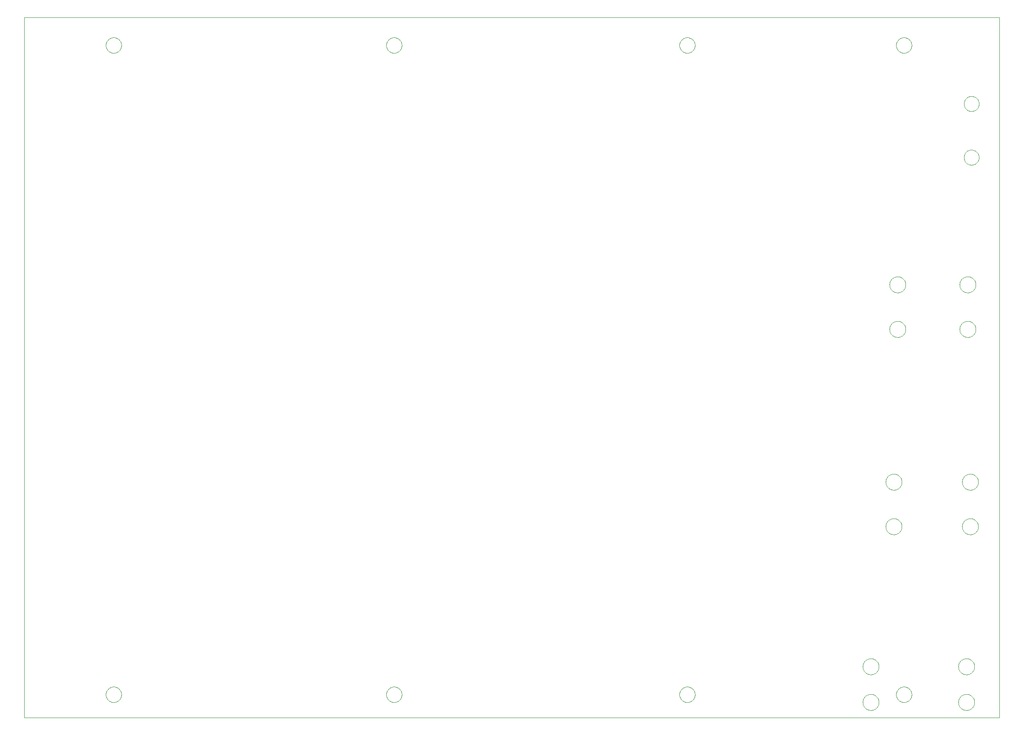
<source format=gko>
G75*
G70*
%OFA0B0*%
%FSLAX24Y24*%
%IPPOS*%
%LPD*%
%AMOC8*
5,1,8,0,0,1.08239X$1,22.5*
%
%ADD10C,0.0000*%
D10*
X003386Y001189D02*
X003386Y056189D01*
X079886Y056189D01*
X079886Y001189D01*
X003386Y001189D01*
X009776Y002992D02*
X009778Y003041D01*
X009784Y003090D01*
X009794Y003138D01*
X009807Y003185D01*
X009825Y003231D01*
X009846Y003275D01*
X009870Y003318D01*
X009898Y003358D01*
X009929Y003397D01*
X009963Y003432D01*
X010000Y003465D01*
X010039Y003494D01*
X010081Y003520D01*
X010124Y003543D01*
X010170Y003562D01*
X010216Y003578D01*
X010264Y003590D01*
X010312Y003598D01*
X010361Y003602D01*
X010411Y003602D01*
X010460Y003598D01*
X010508Y003590D01*
X010556Y003578D01*
X010602Y003562D01*
X010648Y003543D01*
X010691Y003520D01*
X010733Y003494D01*
X010772Y003465D01*
X010809Y003432D01*
X010843Y003397D01*
X010874Y003358D01*
X010902Y003318D01*
X010926Y003275D01*
X010947Y003231D01*
X010965Y003185D01*
X010978Y003138D01*
X010988Y003090D01*
X010994Y003041D01*
X010996Y002992D01*
X010994Y002943D01*
X010988Y002894D01*
X010978Y002846D01*
X010965Y002799D01*
X010947Y002753D01*
X010926Y002709D01*
X010902Y002666D01*
X010874Y002626D01*
X010843Y002587D01*
X010809Y002552D01*
X010772Y002519D01*
X010733Y002490D01*
X010691Y002464D01*
X010648Y002441D01*
X010602Y002422D01*
X010556Y002406D01*
X010508Y002394D01*
X010460Y002386D01*
X010411Y002382D01*
X010361Y002382D01*
X010312Y002386D01*
X010264Y002394D01*
X010216Y002406D01*
X010170Y002422D01*
X010124Y002441D01*
X010081Y002464D01*
X010039Y002490D01*
X010000Y002519D01*
X009963Y002552D01*
X009929Y002587D01*
X009898Y002626D01*
X009870Y002666D01*
X009846Y002709D01*
X009825Y002753D01*
X009807Y002799D01*
X009794Y002846D01*
X009784Y002894D01*
X009778Y002943D01*
X009776Y002992D01*
X031776Y002992D02*
X031778Y003041D01*
X031784Y003090D01*
X031794Y003138D01*
X031807Y003185D01*
X031825Y003231D01*
X031846Y003275D01*
X031870Y003318D01*
X031898Y003358D01*
X031929Y003397D01*
X031963Y003432D01*
X032000Y003465D01*
X032039Y003494D01*
X032081Y003520D01*
X032124Y003543D01*
X032170Y003562D01*
X032216Y003578D01*
X032264Y003590D01*
X032312Y003598D01*
X032361Y003602D01*
X032411Y003602D01*
X032460Y003598D01*
X032508Y003590D01*
X032556Y003578D01*
X032602Y003562D01*
X032648Y003543D01*
X032691Y003520D01*
X032733Y003494D01*
X032772Y003465D01*
X032809Y003432D01*
X032843Y003397D01*
X032874Y003358D01*
X032902Y003318D01*
X032926Y003275D01*
X032947Y003231D01*
X032965Y003185D01*
X032978Y003138D01*
X032988Y003090D01*
X032994Y003041D01*
X032996Y002992D01*
X032994Y002943D01*
X032988Y002894D01*
X032978Y002846D01*
X032965Y002799D01*
X032947Y002753D01*
X032926Y002709D01*
X032902Y002666D01*
X032874Y002626D01*
X032843Y002587D01*
X032809Y002552D01*
X032772Y002519D01*
X032733Y002490D01*
X032691Y002464D01*
X032648Y002441D01*
X032602Y002422D01*
X032556Y002406D01*
X032508Y002394D01*
X032460Y002386D01*
X032411Y002382D01*
X032361Y002382D01*
X032312Y002386D01*
X032264Y002394D01*
X032216Y002406D01*
X032170Y002422D01*
X032124Y002441D01*
X032081Y002464D01*
X032039Y002490D01*
X032000Y002519D01*
X031963Y002552D01*
X031929Y002587D01*
X031898Y002626D01*
X031870Y002666D01*
X031846Y002709D01*
X031825Y002753D01*
X031807Y002799D01*
X031794Y002846D01*
X031784Y002894D01*
X031778Y002943D01*
X031776Y002992D01*
X054776Y002992D02*
X054778Y003041D01*
X054784Y003090D01*
X054794Y003138D01*
X054807Y003185D01*
X054825Y003231D01*
X054846Y003275D01*
X054870Y003318D01*
X054898Y003358D01*
X054929Y003397D01*
X054963Y003432D01*
X055000Y003465D01*
X055039Y003494D01*
X055081Y003520D01*
X055124Y003543D01*
X055170Y003562D01*
X055216Y003578D01*
X055264Y003590D01*
X055312Y003598D01*
X055361Y003602D01*
X055411Y003602D01*
X055460Y003598D01*
X055508Y003590D01*
X055556Y003578D01*
X055602Y003562D01*
X055648Y003543D01*
X055691Y003520D01*
X055733Y003494D01*
X055772Y003465D01*
X055809Y003432D01*
X055843Y003397D01*
X055874Y003358D01*
X055902Y003318D01*
X055926Y003275D01*
X055947Y003231D01*
X055965Y003185D01*
X055978Y003138D01*
X055988Y003090D01*
X055994Y003041D01*
X055996Y002992D01*
X055994Y002943D01*
X055988Y002894D01*
X055978Y002846D01*
X055965Y002799D01*
X055947Y002753D01*
X055926Y002709D01*
X055902Y002666D01*
X055874Y002626D01*
X055843Y002587D01*
X055809Y002552D01*
X055772Y002519D01*
X055733Y002490D01*
X055691Y002464D01*
X055648Y002441D01*
X055602Y002422D01*
X055556Y002406D01*
X055508Y002394D01*
X055460Y002386D01*
X055411Y002382D01*
X055361Y002382D01*
X055312Y002386D01*
X055264Y002394D01*
X055216Y002406D01*
X055170Y002422D01*
X055124Y002441D01*
X055081Y002464D01*
X055039Y002490D01*
X055000Y002519D01*
X054963Y002552D01*
X054929Y002587D01*
X054898Y002626D01*
X054870Y002666D01*
X054846Y002709D01*
X054825Y002753D01*
X054807Y002799D01*
X054794Y002846D01*
X054784Y002894D01*
X054778Y002943D01*
X054776Y002992D01*
X069156Y002389D02*
X069158Y002439D01*
X069164Y002489D01*
X069174Y002538D01*
X069188Y002586D01*
X069205Y002633D01*
X069226Y002678D01*
X069251Y002722D01*
X069279Y002763D01*
X069311Y002802D01*
X069345Y002839D01*
X069382Y002873D01*
X069422Y002903D01*
X069464Y002930D01*
X069508Y002954D01*
X069554Y002975D01*
X069601Y002991D01*
X069649Y003004D01*
X069699Y003013D01*
X069748Y003018D01*
X069799Y003019D01*
X069849Y003016D01*
X069898Y003009D01*
X069947Y002998D01*
X069995Y002983D01*
X070041Y002965D01*
X070086Y002943D01*
X070129Y002917D01*
X070170Y002888D01*
X070209Y002856D01*
X070245Y002821D01*
X070277Y002783D01*
X070307Y002743D01*
X070334Y002700D01*
X070357Y002656D01*
X070376Y002610D01*
X070392Y002562D01*
X070404Y002513D01*
X070412Y002464D01*
X070416Y002414D01*
X070416Y002364D01*
X070412Y002314D01*
X070404Y002265D01*
X070392Y002216D01*
X070376Y002168D01*
X070357Y002122D01*
X070334Y002078D01*
X070307Y002035D01*
X070277Y001995D01*
X070245Y001957D01*
X070209Y001922D01*
X070170Y001890D01*
X070129Y001861D01*
X070086Y001835D01*
X070041Y001813D01*
X069995Y001795D01*
X069947Y001780D01*
X069898Y001769D01*
X069849Y001762D01*
X069799Y001759D01*
X069748Y001760D01*
X069699Y001765D01*
X069649Y001774D01*
X069601Y001787D01*
X069554Y001803D01*
X069508Y001824D01*
X069464Y001848D01*
X069422Y001875D01*
X069382Y001905D01*
X069345Y001939D01*
X069311Y001976D01*
X069279Y002015D01*
X069251Y002056D01*
X069226Y002100D01*
X069205Y002145D01*
X069188Y002192D01*
X069174Y002240D01*
X069164Y002289D01*
X069158Y002339D01*
X069156Y002389D01*
X071776Y002992D02*
X071778Y003041D01*
X071784Y003090D01*
X071794Y003138D01*
X071807Y003185D01*
X071825Y003231D01*
X071846Y003275D01*
X071870Y003318D01*
X071898Y003358D01*
X071929Y003397D01*
X071963Y003432D01*
X072000Y003465D01*
X072039Y003494D01*
X072081Y003520D01*
X072124Y003543D01*
X072170Y003562D01*
X072216Y003578D01*
X072264Y003590D01*
X072312Y003598D01*
X072361Y003602D01*
X072411Y003602D01*
X072460Y003598D01*
X072508Y003590D01*
X072556Y003578D01*
X072602Y003562D01*
X072648Y003543D01*
X072691Y003520D01*
X072733Y003494D01*
X072772Y003465D01*
X072809Y003432D01*
X072843Y003397D01*
X072874Y003358D01*
X072902Y003318D01*
X072926Y003275D01*
X072947Y003231D01*
X072965Y003185D01*
X072978Y003138D01*
X072988Y003090D01*
X072994Y003041D01*
X072996Y002992D01*
X072994Y002943D01*
X072988Y002894D01*
X072978Y002846D01*
X072965Y002799D01*
X072947Y002753D01*
X072926Y002709D01*
X072902Y002666D01*
X072874Y002626D01*
X072843Y002587D01*
X072809Y002552D01*
X072772Y002519D01*
X072733Y002490D01*
X072691Y002464D01*
X072648Y002441D01*
X072602Y002422D01*
X072556Y002406D01*
X072508Y002394D01*
X072460Y002386D01*
X072411Y002382D01*
X072361Y002382D01*
X072312Y002386D01*
X072264Y002394D01*
X072216Y002406D01*
X072170Y002422D01*
X072124Y002441D01*
X072081Y002464D01*
X072039Y002490D01*
X072000Y002519D01*
X071963Y002552D01*
X071929Y002587D01*
X071898Y002626D01*
X071870Y002666D01*
X071846Y002709D01*
X071825Y002753D01*
X071807Y002799D01*
X071794Y002846D01*
X071784Y002894D01*
X071778Y002943D01*
X071776Y002992D01*
X069156Y005189D02*
X069158Y005239D01*
X069164Y005289D01*
X069174Y005338D01*
X069188Y005386D01*
X069205Y005433D01*
X069226Y005478D01*
X069251Y005522D01*
X069279Y005563D01*
X069311Y005602D01*
X069345Y005639D01*
X069382Y005673D01*
X069422Y005703D01*
X069464Y005730D01*
X069508Y005754D01*
X069554Y005775D01*
X069601Y005791D01*
X069649Y005804D01*
X069699Y005813D01*
X069748Y005818D01*
X069799Y005819D01*
X069849Y005816D01*
X069898Y005809D01*
X069947Y005798D01*
X069995Y005783D01*
X070041Y005765D01*
X070086Y005743D01*
X070129Y005717D01*
X070170Y005688D01*
X070209Y005656D01*
X070245Y005621D01*
X070277Y005583D01*
X070307Y005543D01*
X070334Y005500D01*
X070357Y005456D01*
X070376Y005410D01*
X070392Y005362D01*
X070404Y005313D01*
X070412Y005264D01*
X070416Y005214D01*
X070416Y005164D01*
X070412Y005114D01*
X070404Y005065D01*
X070392Y005016D01*
X070376Y004968D01*
X070357Y004922D01*
X070334Y004878D01*
X070307Y004835D01*
X070277Y004795D01*
X070245Y004757D01*
X070209Y004722D01*
X070170Y004690D01*
X070129Y004661D01*
X070086Y004635D01*
X070041Y004613D01*
X069995Y004595D01*
X069947Y004580D01*
X069898Y004569D01*
X069849Y004562D01*
X069799Y004559D01*
X069748Y004560D01*
X069699Y004565D01*
X069649Y004574D01*
X069601Y004587D01*
X069554Y004603D01*
X069508Y004624D01*
X069464Y004648D01*
X069422Y004675D01*
X069382Y004705D01*
X069345Y004739D01*
X069311Y004776D01*
X069279Y004815D01*
X069251Y004856D01*
X069226Y004900D01*
X069205Y004945D01*
X069188Y004992D01*
X069174Y005040D01*
X069164Y005089D01*
X069158Y005139D01*
X069156Y005189D01*
X076656Y005189D02*
X076658Y005239D01*
X076664Y005289D01*
X076674Y005338D01*
X076688Y005386D01*
X076705Y005433D01*
X076726Y005478D01*
X076751Y005522D01*
X076779Y005563D01*
X076811Y005602D01*
X076845Y005639D01*
X076882Y005673D01*
X076922Y005703D01*
X076964Y005730D01*
X077008Y005754D01*
X077054Y005775D01*
X077101Y005791D01*
X077149Y005804D01*
X077199Y005813D01*
X077248Y005818D01*
X077299Y005819D01*
X077349Y005816D01*
X077398Y005809D01*
X077447Y005798D01*
X077495Y005783D01*
X077541Y005765D01*
X077586Y005743D01*
X077629Y005717D01*
X077670Y005688D01*
X077709Y005656D01*
X077745Y005621D01*
X077777Y005583D01*
X077807Y005543D01*
X077834Y005500D01*
X077857Y005456D01*
X077876Y005410D01*
X077892Y005362D01*
X077904Y005313D01*
X077912Y005264D01*
X077916Y005214D01*
X077916Y005164D01*
X077912Y005114D01*
X077904Y005065D01*
X077892Y005016D01*
X077876Y004968D01*
X077857Y004922D01*
X077834Y004878D01*
X077807Y004835D01*
X077777Y004795D01*
X077745Y004757D01*
X077709Y004722D01*
X077670Y004690D01*
X077629Y004661D01*
X077586Y004635D01*
X077541Y004613D01*
X077495Y004595D01*
X077447Y004580D01*
X077398Y004569D01*
X077349Y004562D01*
X077299Y004559D01*
X077248Y004560D01*
X077199Y004565D01*
X077149Y004574D01*
X077101Y004587D01*
X077054Y004603D01*
X077008Y004624D01*
X076964Y004648D01*
X076922Y004675D01*
X076882Y004705D01*
X076845Y004739D01*
X076811Y004776D01*
X076779Y004815D01*
X076751Y004856D01*
X076726Y004900D01*
X076705Y004945D01*
X076688Y004992D01*
X076674Y005040D01*
X076664Y005089D01*
X076658Y005139D01*
X076656Y005189D01*
X076656Y002389D02*
X076658Y002439D01*
X076664Y002489D01*
X076674Y002538D01*
X076688Y002586D01*
X076705Y002633D01*
X076726Y002678D01*
X076751Y002722D01*
X076779Y002763D01*
X076811Y002802D01*
X076845Y002839D01*
X076882Y002873D01*
X076922Y002903D01*
X076964Y002930D01*
X077008Y002954D01*
X077054Y002975D01*
X077101Y002991D01*
X077149Y003004D01*
X077199Y003013D01*
X077248Y003018D01*
X077299Y003019D01*
X077349Y003016D01*
X077398Y003009D01*
X077447Y002998D01*
X077495Y002983D01*
X077541Y002965D01*
X077586Y002943D01*
X077629Y002917D01*
X077670Y002888D01*
X077709Y002856D01*
X077745Y002821D01*
X077777Y002783D01*
X077807Y002743D01*
X077834Y002700D01*
X077857Y002656D01*
X077876Y002610D01*
X077892Y002562D01*
X077904Y002513D01*
X077912Y002464D01*
X077916Y002414D01*
X077916Y002364D01*
X077912Y002314D01*
X077904Y002265D01*
X077892Y002216D01*
X077876Y002168D01*
X077857Y002122D01*
X077834Y002078D01*
X077807Y002035D01*
X077777Y001995D01*
X077745Y001957D01*
X077709Y001922D01*
X077670Y001890D01*
X077629Y001861D01*
X077586Y001835D01*
X077541Y001813D01*
X077495Y001795D01*
X077447Y001780D01*
X077398Y001769D01*
X077349Y001762D01*
X077299Y001759D01*
X077248Y001760D01*
X077199Y001765D01*
X077149Y001774D01*
X077101Y001787D01*
X077054Y001803D01*
X077008Y001824D01*
X076964Y001848D01*
X076922Y001875D01*
X076882Y001905D01*
X076845Y001939D01*
X076811Y001976D01*
X076779Y002015D01*
X076751Y002056D01*
X076726Y002100D01*
X076705Y002145D01*
X076688Y002192D01*
X076674Y002240D01*
X076664Y002289D01*
X076658Y002339D01*
X076656Y002389D01*
X076956Y016189D02*
X076958Y016239D01*
X076964Y016289D01*
X076974Y016338D01*
X076988Y016386D01*
X077005Y016433D01*
X077026Y016478D01*
X077051Y016522D01*
X077079Y016563D01*
X077111Y016602D01*
X077145Y016639D01*
X077182Y016673D01*
X077222Y016703D01*
X077264Y016730D01*
X077308Y016754D01*
X077354Y016775D01*
X077401Y016791D01*
X077449Y016804D01*
X077499Y016813D01*
X077548Y016818D01*
X077599Y016819D01*
X077649Y016816D01*
X077698Y016809D01*
X077747Y016798D01*
X077795Y016783D01*
X077841Y016765D01*
X077886Y016743D01*
X077929Y016717D01*
X077970Y016688D01*
X078009Y016656D01*
X078045Y016621D01*
X078077Y016583D01*
X078107Y016543D01*
X078134Y016500D01*
X078157Y016456D01*
X078176Y016410D01*
X078192Y016362D01*
X078204Y016313D01*
X078212Y016264D01*
X078216Y016214D01*
X078216Y016164D01*
X078212Y016114D01*
X078204Y016065D01*
X078192Y016016D01*
X078176Y015968D01*
X078157Y015922D01*
X078134Y015878D01*
X078107Y015835D01*
X078077Y015795D01*
X078045Y015757D01*
X078009Y015722D01*
X077970Y015690D01*
X077929Y015661D01*
X077886Y015635D01*
X077841Y015613D01*
X077795Y015595D01*
X077747Y015580D01*
X077698Y015569D01*
X077649Y015562D01*
X077599Y015559D01*
X077548Y015560D01*
X077499Y015565D01*
X077449Y015574D01*
X077401Y015587D01*
X077354Y015603D01*
X077308Y015624D01*
X077264Y015648D01*
X077222Y015675D01*
X077182Y015705D01*
X077145Y015739D01*
X077111Y015776D01*
X077079Y015815D01*
X077051Y015856D01*
X077026Y015900D01*
X077005Y015945D01*
X076988Y015992D01*
X076974Y016040D01*
X076964Y016089D01*
X076958Y016139D01*
X076956Y016189D01*
X076956Y019689D02*
X076958Y019739D01*
X076964Y019789D01*
X076974Y019838D01*
X076988Y019886D01*
X077005Y019933D01*
X077026Y019978D01*
X077051Y020022D01*
X077079Y020063D01*
X077111Y020102D01*
X077145Y020139D01*
X077182Y020173D01*
X077222Y020203D01*
X077264Y020230D01*
X077308Y020254D01*
X077354Y020275D01*
X077401Y020291D01*
X077449Y020304D01*
X077499Y020313D01*
X077548Y020318D01*
X077599Y020319D01*
X077649Y020316D01*
X077698Y020309D01*
X077747Y020298D01*
X077795Y020283D01*
X077841Y020265D01*
X077886Y020243D01*
X077929Y020217D01*
X077970Y020188D01*
X078009Y020156D01*
X078045Y020121D01*
X078077Y020083D01*
X078107Y020043D01*
X078134Y020000D01*
X078157Y019956D01*
X078176Y019910D01*
X078192Y019862D01*
X078204Y019813D01*
X078212Y019764D01*
X078216Y019714D01*
X078216Y019664D01*
X078212Y019614D01*
X078204Y019565D01*
X078192Y019516D01*
X078176Y019468D01*
X078157Y019422D01*
X078134Y019378D01*
X078107Y019335D01*
X078077Y019295D01*
X078045Y019257D01*
X078009Y019222D01*
X077970Y019190D01*
X077929Y019161D01*
X077886Y019135D01*
X077841Y019113D01*
X077795Y019095D01*
X077747Y019080D01*
X077698Y019069D01*
X077649Y019062D01*
X077599Y019059D01*
X077548Y019060D01*
X077499Y019065D01*
X077449Y019074D01*
X077401Y019087D01*
X077354Y019103D01*
X077308Y019124D01*
X077264Y019148D01*
X077222Y019175D01*
X077182Y019205D01*
X077145Y019239D01*
X077111Y019276D01*
X077079Y019315D01*
X077051Y019356D01*
X077026Y019400D01*
X077005Y019445D01*
X076988Y019492D01*
X076974Y019540D01*
X076964Y019589D01*
X076958Y019639D01*
X076956Y019689D01*
X070956Y019689D02*
X070958Y019739D01*
X070964Y019789D01*
X070974Y019838D01*
X070988Y019886D01*
X071005Y019933D01*
X071026Y019978D01*
X071051Y020022D01*
X071079Y020063D01*
X071111Y020102D01*
X071145Y020139D01*
X071182Y020173D01*
X071222Y020203D01*
X071264Y020230D01*
X071308Y020254D01*
X071354Y020275D01*
X071401Y020291D01*
X071449Y020304D01*
X071499Y020313D01*
X071548Y020318D01*
X071599Y020319D01*
X071649Y020316D01*
X071698Y020309D01*
X071747Y020298D01*
X071795Y020283D01*
X071841Y020265D01*
X071886Y020243D01*
X071929Y020217D01*
X071970Y020188D01*
X072009Y020156D01*
X072045Y020121D01*
X072077Y020083D01*
X072107Y020043D01*
X072134Y020000D01*
X072157Y019956D01*
X072176Y019910D01*
X072192Y019862D01*
X072204Y019813D01*
X072212Y019764D01*
X072216Y019714D01*
X072216Y019664D01*
X072212Y019614D01*
X072204Y019565D01*
X072192Y019516D01*
X072176Y019468D01*
X072157Y019422D01*
X072134Y019378D01*
X072107Y019335D01*
X072077Y019295D01*
X072045Y019257D01*
X072009Y019222D01*
X071970Y019190D01*
X071929Y019161D01*
X071886Y019135D01*
X071841Y019113D01*
X071795Y019095D01*
X071747Y019080D01*
X071698Y019069D01*
X071649Y019062D01*
X071599Y019059D01*
X071548Y019060D01*
X071499Y019065D01*
X071449Y019074D01*
X071401Y019087D01*
X071354Y019103D01*
X071308Y019124D01*
X071264Y019148D01*
X071222Y019175D01*
X071182Y019205D01*
X071145Y019239D01*
X071111Y019276D01*
X071079Y019315D01*
X071051Y019356D01*
X071026Y019400D01*
X071005Y019445D01*
X070988Y019492D01*
X070974Y019540D01*
X070964Y019589D01*
X070958Y019639D01*
X070956Y019689D01*
X070956Y016189D02*
X070958Y016239D01*
X070964Y016289D01*
X070974Y016338D01*
X070988Y016386D01*
X071005Y016433D01*
X071026Y016478D01*
X071051Y016522D01*
X071079Y016563D01*
X071111Y016602D01*
X071145Y016639D01*
X071182Y016673D01*
X071222Y016703D01*
X071264Y016730D01*
X071308Y016754D01*
X071354Y016775D01*
X071401Y016791D01*
X071449Y016804D01*
X071499Y016813D01*
X071548Y016818D01*
X071599Y016819D01*
X071649Y016816D01*
X071698Y016809D01*
X071747Y016798D01*
X071795Y016783D01*
X071841Y016765D01*
X071886Y016743D01*
X071929Y016717D01*
X071970Y016688D01*
X072009Y016656D01*
X072045Y016621D01*
X072077Y016583D01*
X072107Y016543D01*
X072134Y016500D01*
X072157Y016456D01*
X072176Y016410D01*
X072192Y016362D01*
X072204Y016313D01*
X072212Y016264D01*
X072216Y016214D01*
X072216Y016164D01*
X072212Y016114D01*
X072204Y016065D01*
X072192Y016016D01*
X072176Y015968D01*
X072157Y015922D01*
X072134Y015878D01*
X072107Y015835D01*
X072077Y015795D01*
X072045Y015757D01*
X072009Y015722D01*
X071970Y015690D01*
X071929Y015661D01*
X071886Y015635D01*
X071841Y015613D01*
X071795Y015595D01*
X071747Y015580D01*
X071698Y015569D01*
X071649Y015562D01*
X071599Y015559D01*
X071548Y015560D01*
X071499Y015565D01*
X071449Y015574D01*
X071401Y015587D01*
X071354Y015603D01*
X071308Y015624D01*
X071264Y015648D01*
X071222Y015675D01*
X071182Y015705D01*
X071145Y015739D01*
X071111Y015776D01*
X071079Y015815D01*
X071051Y015856D01*
X071026Y015900D01*
X071005Y015945D01*
X070988Y015992D01*
X070974Y016040D01*
X070964Y016089D01*
X070958Y016139D01*
X070956Y016189D01*
X071256Y031689D02*
X071258Y031739D01*
X071264Y031789D01*
X071274Y031838D01*
X071288Y031886D01*
X071305Y031933D01*
X071326Y031978D01*
X071351Y032022D01*
X071379Y032063D01*
X071411Y032102D01*
X071445Y032139D01*
X071482Y032173D01*
X071522Y032203D01*
X071564Y032230D01*
X071608Y032254D01*
X071654Y032275D01*
X071701Y032291D01*
X071749Y032304D01*
X071799Y032313D01*
X071848Y032318D01*
X071899Y032319D01*
X071949Y032316D01*
X071998Y032309D01*
X072047Y032298D01*
X072095Y032283D01*
X072141Y032265D01*
X072186Y032243D01*
X072229Y032217D01*
X072270Y032188D01*
X072309Y032156D01*
X072345Y032121D01*
X072377Y032083D01*
X072407Y032043D01*
X072434Y032000D01*
X072457Y031956D01*
X072476Y031910D01*
X072492Y031862D01*
X072504Y031813D01*
X072512Y031764D01*
X072516Y031714D01*
X072516Y031664D01*
X072512Y031614D01*
X072504Y031565D01*
X072492Y031516D01*
X072476Y031468D01*
X072457Y031422D01*
X072434Y031378D01*
X072407Y031335D01*
X072377Y031295D01*
X072345Y031257D01*
X072309Y031222D01*
X072270Y031190D01*
X072229Y031161D01*
X072186Y031135D01*
X072141Y031113D01*
X072095Y031095D01*
X072047Y031080D01*
X071998Y031069D01*
X071949Y031062D01*
X071899Y031059D01*
X071848Y031060D01*
X071799Y031065D01*
X071749Y031074D01*
X071701Y031087D01*
X071654Y031103D01*
X071608Y031124D01*
X071564Y031148D01*
X071522Y031175D01*
X071482Y031205D01*
X071445Y031239D01*
X071411Y031276D01*
X071379Y031315D01*
X071351Y031356D01*
X071326Y031400D01*
X071305Y031445D01*
X071288Y031492D01*
X071274Y031540D01*
X071264Y031589D01*
X071258Y031639D01*
X071256Y031689D01*
X071256Y035189D02*
X071258Y035239D01*
X071264Y035289D01*
X071274Y035338D01*
X071288Y035386D01*
X071305Y035433D01*
X071326Y035478D01*
X071351Y035522D01*
X071379Y035563D01*
X071411Y035602D01*
X071445Y035639D01*
X071482Y035673D01*
X071522Y035703D01*
X071564Y035730D01*
X071608Y035754D01*
X071654Y035775D01*
X071701Y035791D01*
X071749Y035804D01*
X071799Y035813D01*
X071848Y035818D01*
X071899Y035819D01*
X071949Y035816D01*
X071998Y035809D01*
X072047Y035798D01*
X072095Y035783D01*
X072141Y035765D01*
X072186Y035743D01*
X072229Y035717D01*
X072270Y035688D01*
X072309Y035656D01*
X072345Y035621D01*
X072377Y035583D01*
X072407Y035543D01*
X072434Y035500D01*
X072457Y035456D01*
X072476Y035410D01*
X072492Y035362D01*
X072504Y035313D01*
X072512Y035264D01*
X072516Y035214D01*
X072516Y035164D01*
X072512Y035114D01*
X072504Y035065D01*
X072492Y035016D01*
X072476Y034968D01*
X072457Y034922D01*
X072434Y034878D01*
X072407Y034835D01*
X072377Y034795D01*
X072345Y034757D01*
X072309Y034722D01*
X072270Y034690D01*
X072229Y034661D01*
X072186Y034635D01*
X072141Y034613D01*
X072095Y034595D01*
X072047Y034580D01*
X071998Y034569D01*
X071949Y034562D01*
X071899Y034559D01*
X071848Y034560D01*
X071799Y034565D01*
X071749Y034574D01*
X071701Y034587D01*
X071654Y034603D01*
X071608Y034624D01*
X071564Y034648D01*
X071522Y034675D01*
X071482Y034705D01*
X071445Y034739D01*
X071411Y034776D01*
X071379Y034815D01*
X071351Y034856D01*
X071326Y034900D01*
X071305Y034945D01*
X071288Y034992D01*
X071274Y035040D01*
X071264Y035089D01*
X071258Y035139D01*
X071256Y035189D01*
X076756Y035189D02*
X076758Y035239D01*
X076764Y035289D01*
X076774Y035338D01*
X076788Y035386D01*
X076805Y035433D01*
X076826Y035478D01*
X076851Y035522D01*
X076879Y035563D01*
X076911Y035602D01*
X076945Y035639D01*
X076982Y035673D01*
X077022Y035703D01*
X077064Y035730D01*
X077108Y035754D01*
X077154Y035775D01*
X077201Y035791D01*
X077249Y035804D01*
X077299Y035813D01*
X077348Y035818D01*
X077399Y035819D01*
X077449Y035816D01*
X077498Y035809D01*
X077547Y035798D01*
X077595Y035783D01*
X077641Y035765D01*
X077686Y035743D01*
X077729Y035717D01*
X077770Y035688D01*
X077809Y035656D01*
X077845Y035621D01*
X077877Y035583D01*
X077907Y035543D01*
X077934Y035500D01*
X077957Y035456D01*
X077976Y035410D01*
X077992Y035362D01*
X078004Y035313D01*
X078012Y035264D01*
X078016Y035214D01*
X078016Y035164D01*
X078012Y035114D01*
X078004Y035065D01*
X077992Y035016D01*
X077976Y034968D01*
X077957Y034922D01*
X077934Y034878D01*
X077907Y034835D01*
X077877Y034795D01*
X077845Y034757D01*
X077809Y034722D01*
X077770Y034690D01*
X077729Y034661D01*
X077686Y034635D01*
X077641Y034613D01*
X077595Y034595D01*
X077547Y034580D01*
X077498Y034569D01*
X077449Y034562D01*
X077399Y034559D01*
X077348Y034560D01*
X077299Y034565D01*
X077249Y034574D01*
X077201Y034587D01*
X077154Y034603D01*
X077108Y034624D01*
X077064Y034648D01*
X077022Y034675D01*
X076982Y034705D01*
X076945Y034739D01*
X076911Y034776D01*
X076879Y034815D01*
X076851Y034856D01*
X076826Y034900D01*
X076805Y034945D01*
X076788Y034992D01*
X076774Y035040D01*
X076764Y035089D01*
X076758Y035139D01*
X076756Y035189D01*
X076756Y031689D02*
X076758Y031739D01*
X076764Y031789D01*
X076774Y031838D01*
X076788Y031886D01*
X076805Y031933D01*
X076826Y031978D01*
X076851Y032022D01*
X076879Y032063D01*
X076911Y032102D01*
X076945Y032139D01*
X076982Y032173D01*
X077022Y032203D01*
X077064Y032230D01*
X077108Y032254D01*
X077154Y032275D01*
X077201Y032291D01*
X077249Y032304D01*
X077299Y032313D01*
X077348Y032318D01*
X077399Y032319D01*
X077449Y032316D01*
X077498Y032309D01*
X077547Y032298D01*
X077595Y032283D01*
X077641Y032265D01*
X077686Y032243D01*
X077729Y032217D01*
X077770Y032188D01*
X077809Y032156D01*
X077845Y032121D01*
X077877Y032083D01*
X077907Y032043D01*
X077934Y032000D01*
X077957Y031956D01*
X077976Y031910D01*
X077992Y031862D01*
X078004Y031813D01*
X078012Y031764D01*
X078016Y031714D01*
X078016Y031664D01*
X078012Y031614D01*
X078004Y031565D01*
X077992Y031516D01*
X077976Y031468D01*
X077957Y031422D01*
X077934Y031378D01*
X077907Y031335D01*
X077877Y031295D01*
X077845Y031257D01*
X077809Y031222D01*
X077770Y031190D01*
X077729Y031161D01*
X077686Y031135D01*
X077641Y031113D01*
X077595Y031095D01*
X077547Y031080D01*
X077498Y031069D01*
X077449Y031062D01*
X077399Y031059D01*
X077348Y031060D01*
X077299Y031065D01*
X077249Y031074D01*
X077201Y031087D01*
X077154Y031103D01*
X077108Y031124D01*
X077064Y031148D01*
X077022Y031175D01*
X076982Y031205D01*
X076945Y031239D01*
X076911Y031276D01*
X076879Y031315D01*
X076851Y031356D01*
X076826Y031400D01*
X076805Y031445D01*
X076788Y031492D01*
X076774Y031540D01*
X076764Y031589D01*
X076758Y031639D01*
X076756Y031689D01*
X077095Y045183D02*
X077097Y045231D01*
X077103Y045279D01*
X077113Y045326D01*
X077126Y045372D01*
X077144Y045417D01*
X077164Y045461D01*
X077189Y045503D01*
X077217Y045542D01*
X077247Y045579D01*
X077281Y045613D01*
X077318Y045645D01*
X077356Y045674D01*
X077397Y045699D01*
X077440Y045721D01*
X077485Y045739D01*
X077531Y045753D01*
X077578Y045764D01*
X077626Y045771D01*
X077674Y045774D01*
X077722Y045773D01*
X077770Y045768D01*
X077818Y045759D01*
X077864Y045747D01*
X077909Y045730D01*
X077953Y045710D01*
X077995Y045687D01*
X078035Y045660D01*
X078073Y045630D01*
X078108Y045597D01*
X078140Y045561D01*
X078170Y045523D01*
X078196Y045482D01*
X078218Y045439D01*
X078238Y045395D01*
X078253Y045350D01*
X078265Y045303D01*
X078273Y045255D01*
X078277Y045207D01*
X078277Y045159D01*
X078273Y045111D01*
X078265Y045063D01*
X078253Y045016D01*
X078238Y044971D01*
X078218Y044927D01*
X078196Y044884D01*
X078170Y044843D01*
X078140Y044805D01*
X078108Y044769D01*
X078073Y044736D01*
X078035Y044706D01*
X077995Y044679D01*
X077953Y044656D01*
X077909Y044636D01*
X077864Y044619D01*
X077818Y044607D01*
X077770Y044598D01*
X077722Y044593D01*
X077674Y044592D01*
X077626Y044595D01*
X077578Y044602D01*
X077531Y044613D01*
X077485Y044627D01*
X077440Y044645D01*
X077397Y044667D01*
X077356Y044692D01*
X077318Y044721D01*
X077281Y044753D01*
X077247Y044787D01*
X077217Y044824D01*
X077189Y044863D01*
X077164Y044905D01*
X077144Y044949D01*
X077126Y044994D01*
X077113Y045040D01*
X077103Y045087D01*
X077097Y045135D01*
X077095Y045183D01*
X077095Y049396D02*
X077097Y049444D01*
X077103Y049492D01*
X077113Y049539D01*
X077126Y049585D01*
X077144Y049630D01*
X077164Y049674D01*
X077189Y049716D01*
X077217Y049755D01*
X077247Y049792D01*
X077281Y049826D01*
X077318Y049858D01*
X077356Y049887D01*
X077397Y049912D01*
X077440Y049934D01*
X077485Y049952D01*
X077531Y049966D01*
X077578Y049977D01*
X077626Y049984D01*
X077674Y049987D01*
X077722Y049986D01*
X077770Y049981D01*
X077818Y049972D01*
X077864Y049960D01*
X077909Y049943D01*
X077953Y049923D01*
X077995Y049900D01*
X078035Y049873D01*
X078073Y049843D01*
X078108Y049810D01*
X078140Y049774D01*
X078170Y049736D01*
X078196Y049695D01*
X078218Y049652D01*
X078238Y049608D01*
X078253Y049563D01*
X078265Y049516D01*
X078273Y049468D01*
X078277Y049420D01*
X078277Y049372D01*
X078273Y049324D01*
X078265Y049276D01*
X078253Y049229D01*
X078238Y049184D01*
X078218Y049140D01*
X078196Y049097D01*
X078170Y049056D01*
X078140Y049018D01*
X078108Y048982D01*
X078073Y048949D01*
X078035Y048919D01*
X077995Y048892D01*
X077953Y048869D01*
X077909Y048849D01*
X077864Y048832D01*
X077818Y048820D01*
X077770Y048811D01*
X077722Y048806D01*
X077674Y048805D01*
X077626Y048808D01*
X077578Y048815D01*
X077531Y048826D01*
X077485Y048840D01*
X077440Y048858D01*
X077397Y048880D01*
X077356Y048905D01*
X077318Y048934D01*
X077281Y048966D01*
X077247Y049000D01*
X077217Y049037D01*
X077189Y049076D01*
X077164Y049118D01*
X077144Y049162D01*
X077126Y049207D01*
X077113Y049253D01*
X077103Y049300D01*
X077097Y049348D01*
X077095Y049396D01*
X071776Y053992D02*
X071778Y054041D01*
X071784Y054090D01*
X071794Y054138D01*
X071807Y054185D01*
X071825Y054231D01*
X071846Y054275D01*
X071870Y054318D01*
X071898Y054358D01*
X071929Y054397D01*
X071963Y054432D01*
X072000Y054465D01*
X072039Y054494D01*
X072081Y054520D01*
X072124Y054543D01*
X072170Y054562D01*
X072216Y054578D01*
X072264Y054590D01*
X072312Y054598D01*
X072361Y054602D01*
X072411Y054602D01*
X072460Y054598D01*
X072508Y054590D01*
X072556Y054578D01*
X072602Y054562D01*
X072648Y054543D01*
X072691Y054520D01*
X072733Y054494D01*
X072772Y054465D01*
X072809Y054432D01*
X072843Y054397D01*
X072874Y054358D01*
X072902Y054318D01*
X072926Y054275D01*
X072947Y054231D01*
X072965Y054185D01*
X072978Y054138D01*
X072988Y054090D01*
X072994Y054041D01*
X072996Y053992D01*
X072994Y053943D01*
X072988Y053894D01*
X072978Y053846D01*
X072965Y053799D01*
X072947Y053753D01*
X072926Y053709D01*
X072902Y053666D01*
X072874Y053626D01*
X072843Y053587D01*
X072809Y053552D01*
X072772Y053519D01*
X072733Y053490D01*
X072691Y053464D01*
X072648Y053441D01*
X072602Y053422D01*
X072556Y053406D01*
X072508Y053394D01*
X072460Y053386D01*
X072411Y053382D01*
X072361Y053382D01*
X072312Y053386D01*
X072264Y053394D01*
X072216Y053406D01*
X072170Y053422D01*
X072124Y053441D01*
X072081Y053464D01*
X072039Y053490D01*
X072000Y053519D01*
X071963Y053552D01*
X071929Y053587D01*
X071898Y053626D01*
X071870Y053666D01*
X071846Y053709D01*
X071825Y053753D01*
X071807Y053799D01*
X071794Y053846D01*
X071784Y053894D01*
X071778Y053943D01*
X071776Y053992D01*
X054776Y053992D02*
X054778Y054041D01*
X054784Y054090D01*
X054794Y054138D01*
X054807Y054185D01*
X054825Y054231D01*
X054846Y054275D01*
X054870Y054318D01*
X054898Y054358D01*
X054929Y054397D01*
X054963Y054432D01*
X055000Y054465D01*
X055039Y054494D01*
X055081Y054520D01*
X055124Y054543D01*
X055170Y054562D01*
X055216Y054578D01*
X055264Y054590D01*
X055312Y054598D01*
X055361Y054602D01*
X055411Y054602D01*
X055460Y054598D01*
X055508Y054590D01*
X055556Y054578D01*
X055602Y054562D01*
X055648Y054543D01*
X055691Y054520D01*
X055733Y054494D01*
X055772Y054465D01*
X055809Y054432D01*
X055843Y054397D01*
X055874Y054358D01*
X055902Y054318D01*
X055926Y054275D01*
X055947Y054231D01*
X055965Y054185D01*
X055978Y054138D01*
X055988Y054090D01*
X055994Y054041D01*
X055996Y053992D01*
X055994Y053943D01*
X055988Y053894D01*
X055978Y053846D01*
X055965Y053799D01*
X055947Y053753D01*
X055926Y053709D01*
X055902Y053666D01*
X055874Y053626D01*
X055843Y053587D01*
X055809Y053552D01*
X055772Y053519D01*
X055733Y053490D01*
X055691Y053464D01*
X055648Y053441D01*
X055602Y053422D01*
X055556Y053406D01*
X055508Y053394D01*
X055460Y053386D01*
X055411Y053382D01*
X055361Y053382D01*
X055312Y053386D01*
X055264Y053394D01*
X055216Y053406D01*
X055170Y053422D01*
X055124Y053441D01*
X055081Y053464D01*
X055039Y053490D01*
X055000Y053519D01*
X054963Y053552D01*
X054929Y053587D01*
X054898Y053626D01*
X054870Y053666D01*
X054846Y053709D01*
X054825Y053753D01*
X054807Y053799D01*
X054794Y053846D01*
X054784Y053894D01*
X054778Y053943D01*
X054776Y053992D01*
X031776Y053992D02*
X031778Y054041D01*
X031784Y054090D01*
X031794Y054138D01*
X031807Y054185D01*
X031825Y054231D01*
X031846Y054275D01*
X031870Y054318D01*
X031898Y054358D01*
X031929Y054397D01*
X031963Y054432D01*
X032000Y054465D01*
X032039Y054494D01*
X032081Y054520D01*
X032124Y054543D01*
X032170Y054562D01*
X032216Y054578D01*
X032264Y054590D01*
X032312Y054598D01*
X032361Y054602D01*
X032411Y054602D01*
X032460Y054598D01*
X032508Y054590D01*
X032556Y054578D01*
X032602Y054562D01*
X032648Y054543D01*
X032691Y054520D01*
X032733Y054494D01*
X032772Y054465D01*
X032809Y054432D01*
X032843Y054397D01*
X032874Y054358D01*
X032902Y054318D01*
X032926Y054275D01*
X032947Y054231D01*
X032965Y054185D01*
X032978Y054138D01*
X032988Y054090D01*
X032994Y054041D01*
X032996Y053992D01*
X032994Y053943D01*
X032988Y053894D01*
X032978Y053846D01*
X032965Y053799D01*
X032947Y053753D01*
X032926Y053709D01*
X032902Y053666D01*
X032874Y053626D01*
X032843Y053587D01*
X032809Y053552D01*
X032772Y053519D01*
X032733Y053490D01*
X032691Y053464D01*
X032648Y053441D01*
X032602Y053422D01*
X032556Y053406D01*
X032508Y053394D01*
X032460Y053386D01*
X032411Y053382D01*
X032361Y053382D01*
X032312Y053386D01*
X032264Y053394D01*
X032216Y053406D01*
X032170Y053422D01*
X032124Y053441D01*
X032081Y053464D01*
X032039Y053490D01*
X032000Y053519D01*
X031963Y053552D01*
X031929Y053587D01*
X031898Y053626D01*
X031870Y053666D01*
X031846Y053709D01*
X031825Y053753D01*
X031807Y053799D01*
X031794Y053846D01*
X031784Y053894D01*
X031778Y053943D01*
X031776Y053992D01*
X009776Y053992D02*
X009778Y054041D01*
X009784Y054090D01*
X009794Y054138D01*
X009807Y054185D01*
X009825Y054231D01*
X009846Y054275D01*
X009870Y054318D01*
X009898Y054358D01*
X009929Y054397D01*
X009963Y054432D01*
X010000Y054465D01*
X010039Y054494D01*
X010081Y054520D01*
X010124Y054543D01*
X010170Y054562D01*
X010216Y054578D01*
X010264Y054590D01*
X010312Y054598D01*
X010361Y054602D01*
X010411Y054602D01*
X010460Y054598D01*
X010508Y054590D01*
X010556Y054578D01*
X010602Y054562D01*
X010648Y054543D01*
X010691Y054520D01*
X010733Y054494D01*
X010772Y054465D01*
X010809Y054432D01*
X010843Y054397D01*
X010874Y054358D01*
X010902Y054318D01*
X010926Y054275D01*
X010947Y054231D01*
X010965Y054185D01*
X010978Y054138D01*
X010988Y054090D01*
X010994Y054041D01*
X010996Y053992D01*
X010994Y053943D01*
X010988Y053894D01*
X010978Y053846D01*
X010965Y053799D01*
X010947Y053753D01*
X010926Y053709D01*
X010902Y053666D01*
X010874Y053626D01*
X010843Y053587D01*
X010809Y053552D01*
X010772Y053519D01*
X010733Y053490D01*
X010691Y053464D01*
X010648Y053441D01*
X010602Y053422D01*
X010556Y053406D01*
X010508Y053394D01*
X010460Y053386D01*
X010411Y053382D01*
X010361Y053382D01*
X010312Y053386D01*
X010264Y053394D01*
X010216Y053406D01*
X010170Y053422D01*
X010124Y053441D01*
X010081Y053464D01*
X010039Y053490D01*
X010000Y053519D01*
X009963Y053552D01*
X009929Y053587D01*
X009898Y053626D01*
X009870Y053666D01*
X009846Y053709D01*
X009825Y053753D01*
X009807Y053799D01*
X009794Y053846D01*
X009784Y053894D01*
X009778Y053943D01*
X009776Y053992D01*
M02*

</source>
